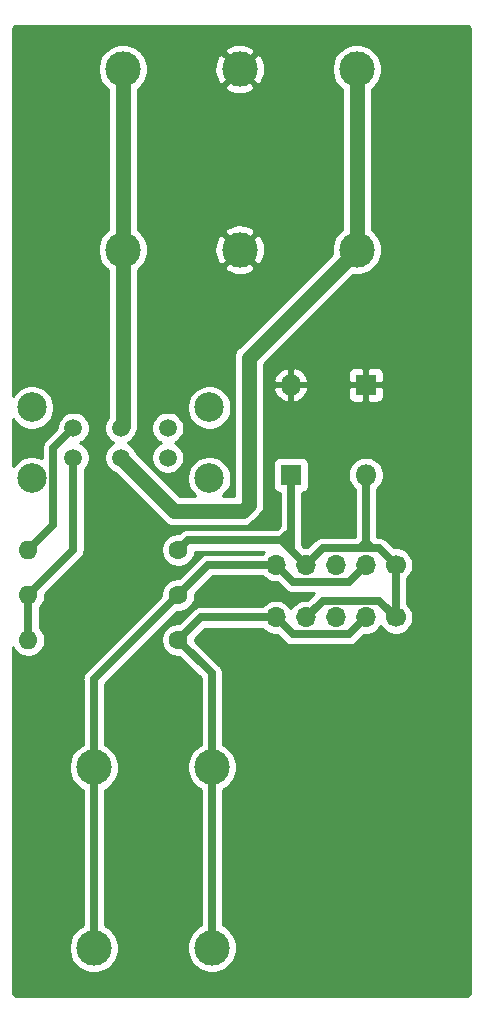
<source format=gtl>
%TF.GenerationSoftware,KiCad,Pcbnew,(5.1.8-0-10_14)*%
%TF.CreationDate,2021-07-14T10:20:26+01:00*%
%TF.ProjectId,transistor-matcher,7472616e-7369-4737-946f-722d6d617463,rev?*%
%TF.SameCoordinates,Original*%
%TF.FileFunction,Copper,L1,Top*%
%TF.FilePolarity,Positive*%
%FSLAX46Y46*%
G04 Gerber Fmt 4.6, Leading zero omitted, Abs format (unit mm)*
G04 Created by KiCad (PCBNEW (5.1.8-0-10_14)) date 2021-07-14 10:20:26*
%MOMM*%
%LPD*%
G01*
G04 APERTURE LIST*
%TA.AperFunction,ComponentPad*%
%ADD10C,3.000000*%
%TD*%
%TA.AperFunction,ComponentPad*%
%ADD11R,1.800000X1.800000*%
%TD*%
%TA.AperFunction,ComponentPad*%
%ADD12O,1.800000X1.800000*%
%TD*%
%TA.AperFunction,ComponentPad*%
%ADD13O,1.700000X1.700000*%
%TD*%
%TA.AperFunction,ComponentPad*%
%ADD14C,1.700000*%
%TD*%
%TA.AperFunction,ComponentPad*%
%ADD15C,1.600000*%
%TD*%
%TA.AperFunction,ComponentPad*%
%ADD16O,1.600000X1.600000*%
%TD*%
%TA.AperFunction,ComponentPad*%
%ADD17C,1.500000*%
%TD*%
%TA.AperFunction,ComponentPad*%
%ADD18C,2.500000*%
%TD*%
%TA.AperFunction,Conductor*%
%ADD19C,0.635000*%
%TD*%
%TA.AperFunction,Conductor*%
%ADD20C,1.270000*%
%TD*%
%TA.AperFunction,Conductor*%
%ADD21C,0.254000*%
%TD*%
%TA.AperFunction,Conductor*%
%ADD22C,0.100000*%
%TD*%
G04 APERTURE END LIST*
D10*
%TO.P,J1,1*%
%TO.N,Net-(J1-Pad1)*%
X92456000Y-57150000D03*
X92456000Y-41850000D03*
%TD*%
%TO.P,J2,1*%
%TO.N,GND*%
X102362000Y-57150000D03*
X102362000Y-41850000D03*
%TD*%
%TO.P,J3,1*%
%TO.N,Net-(J3-Pad1)*%
X112268000Y-57150000D03*
X112268000Y-41850000D03*
%TD*%
%TO.P,J4,1*%
%TO.N,Net-(J4-Pad1)*%
X90000000Y-100965000D03*
X90000000Y-116265000D03*
%TD*%
%TO.P,J7,1*%
%TO.N,Net-(J6-Pad2)*%
X100000000Y-100950000D03*
X100000000Y-116250000D03*
%TD*%
D11*
%TO.P,D1,1*%
%TO.N,GND*%
X113030000Y-68580000D03*
D12*
%TO.P,D1,2*%
%TO.N,Net-(D1-Pad2)*%
X113030000Y-76200000D03*
%TD*%
%TO.P,D2,2*%
%TO.N,GND*%
X106680000Y-68580000D03*
D11*
%TO.P,D2,1*%
%TO.N,Net-(D1-Pad2)*%
X106680000Y-76200000D03*
%TD*%
D13*
%TO.P,J5,5*%
%TO.N,Net-(J4-Pad1)*%
X105410000Y-83820000D03*
%TO.P,J5,4*%
%TO.N,Net-(D1-Pad2)*%
X107950000Y-83820000D03*
%TO.P,J5,3*%
%TO.N,GND*%
X110490000Y-83820000D03*
%TO.P,J5,2*%
%TO.N,Net-(J4-Pad1)*%
X113030000Y-83820000D03*
D14*
%TO.P,J5,1*%
%TO.N,Net-(D1-Pad2)*%
X115570000Y-83820000D03*
%TD*%
%TO.P,J6,1*%
%TO.N,Net-(D1-Pad2)*%
X115570000Y-88265000D03*
D13*
%TO.P,J6,2*%
%TO.N,Net-(J6-Pad2)*%
X113030000Y-88265000D03*
%TO.P,J6,3*%
%TO.N,GND*%
X110490000Y-88265000D03*
%TO.P,J6,4*%
%TO.N,Net-(D1-Pad2)*%
X107950000Y-88265000D03*
%TO.P,J6,5*%
%TO.N,Net-(J6-Pad2)*%
X105410000Y-88265000D03*
%TD*%
D15*
%TO.P,R1,1*%
%TO.N,Net-(D1-Pad2)*%
X97155000Y-82550000D03*
D16*
%TO.P,R1,2*%
%TO.N,Net-(R1-Pad2)*%
X84455000Y-82550000D03*
%TD*%
%TO.P,R2,2*%
%TO.N,Net-(R2-Pad2)*%
X84455000Y-86360000D03*
D15*
%TO.P,R2,1*%
%TO.N,Net-(J4-Pad1)*%
X97155000Y-86360000D03*
%TD*%
%TO.P,R3,1*%
%TO.N,Net-(J6-Pad2)*%
X97155000Y-90170000D03*
D16*
%TO.P,R3,2*%
%TO.N,Net-(R2-Pad2)*%
X84455000Y-90170000D03*
%TD*%
D17*
%TO.P,SW1,1*%
%TO.N,Net-(R1-Pad2)*%
X88265000Y-72235000D03*
%TO.P,SW1,2*%
%TO.N,Net-(J1-Pad1)*%
X92265000Y-72235000D03*
%TO.P,SW1,3*%
%TO.N,Net-(R2-Pad2)*%
X96265000Y-72235000D03*
%TO.P,SW1,4*%
X88265000Y-74735000D03*
%TO.P,SW1,5*%
%TO.N,Net-(J3-Pad1)*%
X92265000Y-74735000D03*
%TO.P,SW1,6*%
%TO.N,Net-(R1-Pad2)*%
X96265000Y-74735000D03*
D18*
%TO.P,SW1,*%
%TO.N,*%
X84765000Y-70485000D03*
X84765000Y-76485000D03*
X99765000Y-70485000D03*
X99765000Y-76485000D03*
%TD*%
D19*
%TO.N,Net-(D1-Pad2)*%
X97954999Y-81750001D02*
X105880001Y-81750001D01*
X97155000Y-82550000D02*
X97954999Y-81750001D01*
X114148499Y-82398499D02*
X115570000Y-83820000D01*
X107950000Y-83820000D02*
X109371501Y-82398499D01*
X115570000Y-83820000D02*
X115570000Y-88265000D01*
X109371501Y-86843499D02*
X107950000Y-88265000D01*
X114148499Y-86843499D02*
X109371501Y-86843499D01*
X115570000Y-88265000D02*
X114148499Y-86843499D01*
X106680000Y-76200000D02*
X106680000Y-82550000D01*
X106680000Y-82550000D02*
X107950000Y-83820000D01*
X105880001Y-81750001D02*
X106680000Y-82550000D01*
X106680000Y-80950002D02*
X105880001Y-81750001D01*
X106680000Y-76200000D02*
X106680000Y-80950002D01*
X113816501Y-82398499D02*
X113513499Y-82398499D01*
X113513499Y-82398499D02*
X113030000Y-81915000D01*
X113030000Y-81915000D02*
X113030000Y-82398499D01*
X113816501Y-82398499D02*
X114148499Y-82398499D01*
X113030000Y-76200000D02*
X113030000Y-81915000D01*
X112546501Y-82398499D02*
X113030000Y-81915000D01*
X109371501Y-82398499D02*
X112546501Y-82398499D01*
X112546501Y-82398499D02*
X113816501Y-82398499D01*
D20*
%TO.N,Net-(J1-Pad1)*%
X92456000Y-72044000D02*
X92265000Y-72235000D01*
X92456000Y-57150000D02*
X92456000Y-72044000D01*
X92456000Y-41850000D02*
X92456000Y-57150000D01*
%TO.N,Net-(J3-Pad1)*%
X112268000Y-41850000D02*
X112268000Y-57150000D01*
X112268000Y-57150000D02*
X103124000Y-66294000D01*
X103124000Y-66294000D02*
X103124000Y-78740000D01*
X103124000Y-78740000D02*
X102616000Y-79248000D01*
X96778000Y-79248000D02*
X92265000Y-74735000D01*
X102616000Y-79248000D02*
X96778000Y-79248000D01*
D19*
%TO.N,Net-(J4-Pad1)*%
X111608499Y-85241501D02*
X113030000Y-83820000D01*
X106831501Y-85241501D02*
X111608499Y-85241501D01*
X105410000Y-83820000D02*
X106831501Y-85241501D01*
X99695000Y-83820000D02*
X97155000Y-86360000D01*
X105410000Y-83820000D02*
X99695000Y-83820000D01*
X90000000Y-116265000D02*
X90000000Y-100965000D01*
X90000000Y-93515000D02*
X97155000Y-86360000D01*
X90000000Y-100965000D02*
X90000000Y-93515000D01*
%TO.N,Net-(J6-Pad2)*%
X111608499Y-89686501D02*
X113030000Y-88265000D01*
X106831501Y-89686501D02*
X111608499Y-89686501D01*
X105410000Y-88265000D02*
X106831501Y-89686501D01*
X100000000Y-116250000D02*
X100000000Y-100950000D01*
X100000000Y-93015000D02*
X97155000Y-90170000D01*
X100000000Y-100950000D02*
X100000000Y-93015000D01*
X99060000Y-88265000D02*
X97155000Y-90170000D01*
X105410000Y-88265000D02*
X99060000Y-88265000D01*
%TO.N,Net-(R1-Pad2)*%
X86586501Y-80418499D02*
X84455000Y-82550000D01*
X86586501Y-73913499D02*
X86586501Y-80418499D01*
X88265000Y-72235000D02*
X86586501Y-73913499D01*
%TO.N,Net-(R2-Pad2)*%
X88265000Y-82550000D02*
X84455000Y-86360000D01*
X88265000Y-74735000D02*
X88265000Y-82550000D01*
X84455000Y-86360000D02*
X84455000Y-90170000D01*
%TD*%
D21*
%TO.N,GND*%
X121565424Y-38169580D02*
X121628356Y-38188580D01*
X121686405Y-38219445D01*
X121737343Y-38260989D01*
X121779248Y-38311644D01*
X121810515Y-38369471D01*
X121829956Y-38432272D01*
X121840001Y-38527845D01*
X121840000Y-119967721D01*
X121830420Y-120065424D01*
X121811420Y-120128357D01*
X121780554Y-120186406D01*
X121739011Y-120237343D01*
X121688356Y-120279248D01*
X121630529Y-120310515D01*
X121567728Y-120329956D01*
X121472165Y-120340000D01*
X83532279Y-120340000D01*
X83434576Y-120330420D01*
X83371643Y-120311420D01*
X83313594Y-120280554D01*
X83262657Y-120239011D01*
X83220752Y-120188356D01*
X83189485Y-120130529D01*
X83170044Y-120067728D01*
X83160000Y-119972165D01*
X83160000Y-100754721D01*
X87865000Y-100754721D01*
X87865000Y-101175279D01*
X87947047Y-101587756D01*
X88107988Y-101976302D01*
X88341637Y-102325983D01*
X88639017Y-102623363D01*
X88988698Y-102857012D01*
X89047501Y-102881369D01*
X89047500Y-114348631D01*
X88988698Y-114372988D01*
X88639017Y-114606637D01*
X88341637Y-114904017D01*
X88107988Y-115253698D01*
X87947047Y-115642244D01*
X87865000Y-116054721D01*
X87865000Y-116475279D01*
X87947047Y-116887756D01*
X88107988Y-117276302D01*
X88341637Y-117625983D01*
X88639017Y-117923363D01*
X88988698Y-118157012D01*
X89377244Y-118317953D01*
X89789721Y-118400000D01*
X90210279Y-118400000D01*
X90622756Y-118317953D01*
X91011302Y-118157012D01*
X91360983Y-117923363D01*
X91658363Y-117625983D01*
X91892012Y-117276302D01*
X92052953Y-116887756D01*
X92135000Y-116475279D01*
X92135000Y-116054721D01*
X92052953Y-115642244D01*
X91892012Y-115253698D01*
X91658363Y-114904017D01*
X91360983Y-114606637D01*
X91011302Y-114372988D01*
X90952500Y-114348631D01*
X90952500Y-102881369D01*
X91011302Y-102857012D01*
X91360983Y-102623363D01*
X91658363Y-102325983D01*
X91892012Y-101976302D01*
X92052953Y-101587756D01*
X92135000Y-101175279D01*
X92135000Y-100754721D01*
X92052953Y-100342244D01*
X91892012Y-99953698D01*
X91658363Y-99604017D01*
X91360983Y-99306637D01*
X91011302Y-99072988D01*
X90952500Y-99048631D01*
X90952500Y-93909538D01*
X97067039Y-87795000D01*
X97296335Y-87795000D01*
X97573574Y-87739853D01*
X97834727Y-87631680D01*
X98069759Y-87474637D01*
X98269637Y-87274759D01*
X98426680Y-87039727D01*
X98534853Y-86778574D01*
X98590000Y-86501335D01*
X98590000Y-86272038D01*
X100089538Y-84772500D01*
X104262393Y-84772500D01*
X104463368Y-84973475D01*
X104706589Y-85135990D01*
X104976842Y-85247932D01*
X105263740Y-85305000D01*
X105547961Y-85305000D01*
X106124898Y-85881937D01*
X106154723Y-85918279D01*
X106299760Y-86037307D01*
X106465232Y-86125753D01*
X106600285Y-86166721D01*
X106644778Y-86180218D01*
X106831501Y-86198609D01*
X106878286Y-86194001D01*
X108672335Y-86194001D01*
X108664898Y-86203063D01*
X108087961Y-86780000D01*
X107803740Y-86780000D01*
X107516842Y-86837068D01*
X107246589Y-86949010D01*
X107003368Y-87111525D01*
X106796525Y-87318368D01*
X106680000Y-87492760D01*
X106563475Y-87318368D01*
X106356632Y-87111525D01*
X106113411Y-86949010D01*
X105843158Y-86837068D01*
X105556260Y-86780000D01*
X105263740Y-86780000D01*
X104976842Y-86837068D01*
X104706589Y-86949010D01*
X104463368Y-87111525D01*
X104262393Y-87312500D01*
X99106785Y-87312500D01*
X99060000Y-87307892D01*
X99013215Y-87312500D01*
X98873277Y-87326283D01*
X98693731Y-87380748D01*
X98528259Y-87469194D01*
X98383222Y-87588222D01*
X98353399Y-87624562D01*
X97242962Y-88735000D01*
X97013665Y-88735000D01*
X96736426Y-88790147D01*
X96475273Y-88898320D01*
X96240241Y-89055363D01*
X96040363Y-89255241D01*
X95883320Y-89490273D01*
X95775147Y-89751426D01*
X95720000Y-90028665D01*
X95720000Y-90311335D01*
X95775147Y-90588574D01*
X95883320Y-90849727D01*
X96040363Y-91084759D01*
X96240241Y-91284637D01*
X96475273Y-91441680D01*
X96736426Y-91549853D01*
X97013665Y-91605000D01*
X97242962Y-91605000D01*
X99047501Y-93409539D01*
X99047500Y-99033631D01*
X98988698Y-99057988D01*
X98639017Y-99291637D01*
X98341637Y-99589017D01*
X98107988Y-99938698D01*
X97947047Y-100327244D01*
X97865000Y-100739721D01*
X97865000Y-101160279D01*
X97947047Y-101572756D01*
X98107988Y-101961302D01*
X98341637Y-102310983D01*
X98639017Y-102608363D01*
X98988698Y-102842012D01*
X99047501Y-102866369D01*
X99047500Y-114333631D01*
X98988698Y-114357988D01*
X98639017Y-114591637D01*
X98341637Y-114889017D01*
X98107988Y-115238698D01*
X97947047Y-115627244D01*
X97865000Y-116039721D01*
X97865000Y-116460279D01*
X97947047Y-116872756D01*
X98107988Y-117261302D01*
X98341637Y-117610983D01*
X98639017Y-117908363D01*
X98988698Y-118142012D01*
X99377244Y-118302953D01*
X99789721Y-118385000D01*
X100210279Y-118385000D01*
X100622756Y-118302953D01*
X101011302Y-118142012D01*
X101360983Y-117908363D01*
X101658363Y-117610983D01*
X101892012Y-117261302D01*
X102052953Y-116872756D01*
X102135000Y-116460279D01*
X102135000Y-116039721D01*
X102052953Y-115627244D01*
X101892012Y-115238698D01*
X101658363Y-114889017D01*
X101360983Y-114591637D01*
X101011302Y-114357988D01*
X100952500Y-114333631D01*
X100952500Y-102866369D01*
X101011302Y-102842012D01*
X101360983Y-102608363D01*
X101658363Y-102310983D01*
X101892012Y-101961302D01*
X102052953Y-101572756D01*
X102135000Y-101160279D01*
X102135000Y-100739721D01*
X102052953Y-100327244D01*
X101892012Y-99938698D01*
X101658363Y-99589017D01*
X101360983Y-99291637D01*
X101011302Y-99057988D01*
X100952500Y-99033631D01*
X100952500Y-93061785D01*
X100957108Y-93015000D01*
X100943276Y-92874563D01*
X100938717Y-92828277D01*
X100884252Y-92648731D01*
X100795806Y-92483259D01*
X100676778Y-92338222D01*
X100640431Y-92308393D01*
X98590000Y-90257962D01*
X98590000Y-90082038D01*
X99454539Y-89217500D01*
X104262393Y-89217500D01*
X104463368Y-89418475D01*
X104706589Y-89580990D01*
X104976842Y-89692932D01*
X105263740Y-89750000D01*
X105547961Y-89750000D01*
X106124898Y-90326937D01*
X106154723Y-90363279D01*
X106299760Y-90482307D01*
X106465232Y-90570753D01*
X106644778Y-90625218D01*
X106831501Y-90643609D01*
X106878286Y-90639001D01*
X111561714Y-90639001D01*
X111608499Y-90643609D01*
X111655284Y-90639001D01*
X111795222Y-90625218D01*
X111974768Y-90570753D01*
X112140240Y-90482307D01*
X112285277Y-90363279D01*
X112315106Y-90326932D01*
X112892038Y-89750000D01*
X113176260Y-89750000D01*
X113463158Y-89692932D01*
X113733411Y-89580990D01*
X113976632Y-89418475D01*
X114183475Y-89211632D01*
X114300000Y-89037240D01*
X114416525Y-89211632D01*
X114623368Y-89418475D01*
X114866589Y-89580990D01*
X115136842Y-89692932D01*
X115423740Y-89750000D01*
X115716260Y-89750000D01*
X116003158Y-89692932D01*
X116273411Y-89580990D01*
X116516632Y-89418475D01*
X116723475Y-89211632D01*
X116885990Y-88968411D01*
X116997932Y-88698158D01*
X117055000Y-88411260D01*
X117055000Y-88118740D01*
X116997932Y-87831842D01*
X116885990Y-87561589D01*
X116723475Y-87318368D01*
X116522500Y-87117393D01*
X116522500Y-84967607D01*
X116723475Y-84766632D01*
X116885990Y-84523411D01*
X116997932Y-84253158D01*
X117055000Y-83966260D01*
X117055000Y-83673740D01*
X116997932Y-83386842D01*
X116885990Y-83116589D01*
X116723475Y-82873368D01*
X116516632Y-82666525D01*
X116273411Y-82504010D01*
X116003158Y-82392068D01*
X115716260Y-82335000D01*
X115432038Y-82335000D01*
X114855106Y-81758068D01*
X114825277Y-81721721D01*
X114680240Y-81602693D01*
X114514768Y-81514247D01*
X114335222Y-81459782D01*
X114195284Y-81445999D01*
X114148499Y-81441391D01*
X114101714Y-81445999D01*
X113982500Y-81445999D01*
X113982500Y-77409688D01*
X114008505Y-77392312D01*
X114222312Y-77178505D01*
X114390299Y-76927095D01*
X114506011Y-76647743D01*
X114565000Y-76351184D01*
X114565000Y-76048816D01*
X114506011Y-75752257D01*
X114390299Y-75472905D01*
X114222312Y-75221495D01*
X114008505Y-75007688D01*
X113757095Y-74839701D01*
X113477743Y-74723989D01*
X113181184Y-74665000D01*
X112878816Y-74665000D01*
X112582257Y-74723989D01*
X112302905Y-74839701D01*
X112051495Y-75007688D01*
X111837688Y-75221495D01*
X111669701Y-75472905D01*
X111553989Y-75752257D01*
X111495000Y-76048816D01*
X111495000Y-76351184D01*
X111553989Y-76647743D01*
X111669701Y-76927095D01*
X111837688Y-77178505D01*
X112051495Y-77392312D01*
X112077500Y-77409688D01*
X112077501Y-81445999D01*
X109418286Y-81445999D01*
X109371501Y-81441391D01*
X109324716Y-81445999D01*
X109184778Y-81459782D01*
X109005232Y-81514247D01*
X108839760Y-81602693D01*
X108694723Y-81721721D01*
X108664899Y-81758062D01*
X108087961Y-82335000D01*
X107812038Y-82335000D01*
X107632500Y-82155462D01*
X107632500Y-80996787D01*
X107637108Y-80950003D01*
X107632500Y-80903218D01*
X107632500Y-77732901D01*
X107704482Y-77725812D01*
X107824180Y-77689502D01*
X107934494Y-77630537D01*
X108031185Y-77551185D01*
X108110537Y-77454494D01*
X108169502Y-77344180D01*
X108205812Y-77224482D01*
X108218072Y-77100000D01*
X108218072Y-75300000D01*
X108205812Y-75175518D01*
X108169502Y-75055820D01*
X108110537Y-74945506D01*
X108031185Y-74848815D01*
X107934494Y-74769463D01*
X107824180Y-74710498D01*
X107704482Y-74674188D01*
X107580000Y-74661928D01*
X105780000Y-74661928D01*
X105655518Y-74674188D01*
X105535820Y-74710498D01*
X105425506Y-74769463D01*
X105328815Y-74848815D01*
X105249463Y-74945506D01*
X105190498Y-75055820D01*
X105154188Y-75175518D01*
X105141928Y-75300000D01*
X105141928Y-77100000D01*
X105154188Y-77224482D01*
X105190498Y-77344180D01*
X105249463Y-77454494D01*
X105328815Y-77551185D01*
X105425506Y-77630537D01*
X105535820Y-77689502D01*
X105655518Y-77725812D01*
X105727500Y-77732901D01*
X105727501Y-80555463D01*
X105485463Y-80797501D01*
X98001783Y-80797501D01*
X97954998Y-80792893D01*
X97768276Y-80811284D01*
X97588730Y-80865749D01*
X97423258Y-80954195D01*
X97278221Y-81073223D01*
X97248392Y-81109570D01*
X97242962Y-81115000D01*
X97013665Y-81115000D01*
X96736426Y-81170147D01*
X96475273Y-81278320D01*
X96240241Y-81435363D01*
X96040363Y-81635241D01*
X95883320Y-81870273D01*
X95775147Y-82131426D01*
X95720000Y-82408665D01*
X95720000Y-82691335D01*
X95775147Y-82968574D01*
X95883320Y-83229727D01*
X96040363Y-83464759D01*
X96240241Y-83664637D01*
X96475273Y-83821680D01*
X96736426Y-83929853D01*
X97013665Y-83985000D01*
X97296335Y-83985000D01*
X97573574Y-83929853D01*
X97834727Y-83821680D01*
X98069759Y-83664637D01*
X98269637Y-83464759D01*
X98426680Y-83229727D01*
X98534853Y-82968574D01*
X98587779Y-82702501D01*
X104427392Y-82702501D01*
X104262393Y-82867500D01*
X99741784Y-82867500D01*
X99694999Y-82862892D01*
X99508277Y-82881283D01*
X99328731Y-82935748D01*
X99163259Y-83024194D01*
X99018222Y-83143222D01*
X98988393Y-83179569D01*
X97242962Y-84925000D01*
X97013665Y-84925000D01*
X96736426Y-84980147D01*
X96475273Y-85088320D01*
X96240241Y-85245363D01*
X96040363Y-85445241D01*
X95883320Y-85680273D01*
X95775147Y-85941426D01*
X95720000Y-86218665D01*
X95720000Y-86447961D01*
X89359564Y-92808398D01*
X89323223Y-92838222D01*
X89293399Y-92874563D01*
X89204194Y-92983260D01*
X89115749Y-93148731D01*
X89061283Y-93328278D01*
X89042892Y-93515000D01*
X89047501Y-93561795D01*
X89047500Y-99048631D01*
X88988698Y-99072988D01*
X88639017Y-99306637D01*
X88341637Y-99604017D01*
X88107988Y-99953698D01*
X87947047Y-100342244D01*
X87865000Y-100754721D01*
X83160000Y-100754721D01*
X83160000Y-90793427D01*
X83183320Y-90849727D01*
X83340363Y-91084759D01*
X83540241Y-91284637D01*
X83775273Y-91441680D01*
X84036426Y-91549853D01*
X84313665Y-91605000D01*
X84596335Y-91605000D01*
X84873574Y-91549853D01*
X85134727Y-91441680D01*
X85369759Y-91284637D01*
X85569637Y-91084759D01*
X85726680Y-90849727D01*
X85834853Y-90588574D01*
X85890000Y-90311335D01*
X85890000Y-90028665D01*
X85834853Y-89751426D01*
X85726680Y-89490273D01*
X85569637Y-89255241D01*
X85407500Y-89093104D01*
X85407500Y-87436896D01*
X85569637Y-87274759D01*
X85726680Y-87039727D01*
X85834853Y-86778574D01*
X85890000Y-86501335D01*
X85890000Y-86272038D01*
X88905431Y-83256607D01*
X88941778Y-83226778D01*
X89060806Y-83081741D01*
X89138840Y-82935749D01*
X89149252Y-82916270D01*
X89195209Y-82764769D01*
X89203717Y-82736723D01*
X89217500Y-82596785D01*
X89222108Y-82550000D01*
X89217500Y-82503215D01*
X89217500Y-75741185D01*
X89340799Y-75617886D01*
X89492371Y-75391043D01*
X89596775Y-75138989D01*
X89650000Y-74871411D01*
X89650000Y-74598589D01*
X89596775Y-74331011D01*
X89492371Y-74078957D01*
X89340799Y-73852114D01*
X89147886Y-73659201D01*
X88921043Y-73507629D01*
X88866412Y-73485000D01*
X88921043Y-73462371D01*
X89147886Y-73310799D01*
X89340799Y-73117886D01*
X89492371Y-72891043D01*
X89596775Y-72638989D01*
X89650000Y-72371411D01*
X89650000Y-72098589D01*
X89596775Y-71831011D01*
X89492371Y-71578957D01*
X89340799Y-71352114D01*
X89147886Y-71159201D01*
X88921043Y-71007629D01*
X88668989Y-70903225D01*
X88401411Y-70850000D01*
X88128589Y-70850000D01*
X87861011Y-70903225D01*
X87608957Y-71007629D01*
X87382114Y-71159201D01*
X87189201Y-71352114D01*
X87037629Y-71578957D01*
X86933225Y-71831011D01*
X86880000Y-72098589D01*
X86880000Y-72272961D01*
X85946070Y-73206892D01*
X85909723Y-73236721D01*
X85790695Y-73381758D01*
X85702249Y-73547231D01*
X85680175Y-73620000D01*
X85647784Y-73726777D01*
X85629393Y-73913499D01*
X85634001Y-73960284D01*
X85634001Y-74804642D01*
X85314834Y-74672439D01*
X84950656Y-74600000D01*
X84579344Y-74600000D01*
X84215166Y-74672439D01*
X83872118Y-74814534D01*
X83563382Y-75020825D01*
X83300825Y-75283382D01*
X83160000Y-75494141D01*
X83160000Y-71475859D01*
X83300825Y-71686618D01*
X83563382Y-71949175D01*
X83872118Y-72155466D01*
X84215166Y-72297561D01*
X84579344Y-72370000D01*
X84950656Y-72370000D01*
X85314834Y-72297561D01*
X85657882Y-72155466D01*
X85966618Y-71949175D01*
X86229175Y-71686618D01*
X86435466Y-71377882D01*
X86577561Y-71034834D01*
X86650000Y-70670656D01*
X86650000Y-70299344D01*
X86577561Y-69935166D01*
X86435466Y-69592118D01*
X86229175Y-69283382D01*
X85966618Y-69020825D01*
X85657882Y-68814534D01*
X85314834Y-68672439D01*
X84950656Y-68600000D01*
X84579344Y-68600000D01*
X84215166Y-68672439D01*
X83872118Y-68814534D01*
X83563382Y-69020825D01*
X83300825Y-69283382D01*
X83160000Y-69494141D01*
X83160000Y-41639721D01*
X90321000Y-41639721D01*
X90321000Y-42060279D01*
X90403047Y-42472756D01*
X90563988Y-42861302D01*
X90797637Y-43210983D01*
X91095017Y-43508363D01*
X91186000Y-43569156D01*
X91186001Y-55430844D01*
X91095017Y-55491637D01*
X90797637Y-55789017D01*
X90563988Y-56138698D01*
X90403047Y-56527244D01*
X90321000Y-56939721D01*
X90321000Y-57360279D01*
X90403047Y-57772756D01*
X90563988Y-58161302D01*
X90797637Y-58510983D01*
X91095017Y-58808363D01*
X91186000Y-58869156D01*
X91186001Y-71356903D01*
X91037629Y-71578957D01*
X90933225Y-71831011D01*
X90880000Y-72098589D01*
X90880000Y-72371411D01*
X90933225Y-72638989D01*
X91037629Y-72891043D01*
X91189201Y-73117886D01*
X91382114Y-73310799D01*
X91608957Y-73462371D01*
X91663588Y-73485000D01*
X91608957Y-73507629D01*
X91382114Y-73659201D01*
X91189201Y-73852114D01*
X91037629Y-74078957D01*
X90933225Y-74331011D01*
X90880000Y-74598589D01*
X90880000Y-74871411D01*
X90933225Y-75138989D01*
X91037629Y-75391043D01*
X91189201Y-75617886D01*
X91382114Y-75810799D01*
X91608957Y-75962371D01*
X91758096Y-76024146D01*
X95835868Y-80101920D01*
X95875630Y-80150370D01*
X95924080Y-80190132D01*
X95924083Y-80190135D01*
X95974086Y-80231171D01*
X96069012Y-80309075D01*
X96273290Y-80418263D01*
X96289641Y-80427003D01*
X96529037Y-80499623D01*
X96778000Y-80524144D01*
X96840380Y-80518000D01*
X102553627Y-80518000D01*
X102616000Y-80524143D01*
X102678373Y-80518000D01*
X102678380Y-80518000D01*
X102864963Y-80499623D01*
X103104359Y-80427003D01*
X103324988Y-80309075D01*
X103518370Y-80150370D01*
X103558141Y-80101909D01*
X103977909Y-79682141D01*
X104026370Y-79642370D01*
X104185075Y-79448988D01*
X104303003Y-79228359D01*
X104375623Y-78988963D01*
X104394000Y-78802380D01*
X104394000Y-78802374D01*
X104400143Y-78740001D01*
X104394000Y-78677628D01*
X104394000Y-68944741D01*
X105188959Y-68944741D01*
X105288766Y-69228620D01*
X105442038Y-69487573D01*
X105642884Y-69711649D01*
X105883586Y-69892236D01*
X106154893Y-70022394D01*
X106315260Y-70071036D01*
X106553000Y-69950378D01*
X106553000Y-68707000D01*
X106807000Y-68707000D01*
X106807000Y-69950378D01*
X107044740Y-70071036D01*
X107205107Y-70022394D01*
X107476414Y-69892236D01*
X107717116Y-69711649D01*
X107917962Y-69487573D01*
X107922444Y-69480000D01*
X111491928Y-69480000D01*
X111504188Y-69604482D01*
X111540498Y-69724180D01*
X111599463Y-69834494D01*
X111678815Y-69931185D01*
X111775506Y-70010537D01*
X111885820Y-70069502D01*
X112005518Y-70105812D01*
X112130000Y-70118072D01*
X112744250Y-70115000D01*
X112903000Y-69956250D01*
X112903000Y-68707000D01*
X113157000Y-68707000D01*
X113157000Y-69956250D01*
X113315750Y-70115000D01*
X113930000Y-70118072D01*
X114054482Y-70105812D01*
X114174180Y-70069502D01*
X114284494Y-70010537D01*
X114381185Y-69931185D01*
X114460537Y-69834494D01*
X114519502Y-69724180D01*
X114555812Y-69604482D01*
X114568072Y-69480000D01*
X114565000Y-68865750D01*
X114406250Y-68707000D01*
X113157000Y-68707000D01*
X112903000Y-68707000D01*
X111653750Y-68707000D01*
X111495000Y-68865750D01*
X111491928Y-69480000D01*
X107922444Y-69480000D01*
X108071234Y-69228620D01*
X108171041Y-68944741D01*
X108050992Y-68707000D01*
X106807000Y-68707000D01*
X106553000Y-68707000D01*
X105309008Y-68707000D01*
X105188959Y-68944741D01*
X104394000Y-68944741D01*
X104394000Y-68215259D01*
X105188959Y-68215259D01*
X105309008Y-68453000D01*
X106553000Y-68453000D01*
X106553000Y-67209622D01*
X106807000Y-67209622D01*
X106807000Y-68453000D01*
X108050992Y-68453000D01*
X108171041Y-68215259D01*
X108071234Y-67931380D01*
X107922445Y-67680000D01*
X111491928Y-67680000D01*
X111495000Y-68294250D01*
X111653750Y-68453000D01*
X112903000Y-68453000D01*
X112903000Y-67203750D01*
X113157000Y-67203750D01*
X113157000Y-68453000D01*
X114406250Y-68453000D01*
X114565000Y-68294250D01*
X114568072Y-67680000D01*
X114555812Y-67555518D01*
X114519502Y-67435820D01*
X114460537Y-67325506D01*
X114381185Y-67228815D01*
X114284494Y-67149463D01*
X114174180Y-67090498D01*
X114054482Y-67054188D01*
X113930000Y-67041928D01*
X113315750Y-67045000D01*
X113157000Y-67203750D01*
X112903000Y-67203750D01*
X112744250Y-67045000D01*
X112130000Y-67041928D01*
X112005518Y-67054188D01*
X111885820Y-67090498D01*
X111775506Y-67149463D01*
X111678815Y-67228815D01*
X111599463Y-67325506D01*
X111540498Y-67435820D01*
X111504188Y-67555518D01*
X111491928Y-67680000D01*
X107922445Y-67680000D01*
X107917962Y-67672427D01*
X107717116Y-67448351D01*
X107476414Y-67267764D01*
X107205107Y-67137606D01*
X107044740Y-67088964D01*
X106807000Y-67209622D01*
X106553000Y-67209622D01*
X106315260Y-67088964D01*
X106154893Y-67137606D01*
X105883586Y-67267764D01*
X105642884Y-67448351D01*
X105442038Y-67672427D01*
X105288766Y-67931380D01*
X105188959Y-68215259D01*
X104394000Y-68215259D01*
X104394000Y-66820050D01*
X111950399Y-59263652D01*
X112057721Y-59285000D01*
X112478279Y-59285000D01*
X112890756Y-59202953D01*
X113279302Y-59042012D01*
X113628983Y-58808363D01*
X113926363Y-58510983D01*
X114160012Y-58161302D01*
X114320953Y-57772756D01*
X114403000Y-57360279D01*
X114403000Y-56939721D01*
X114320953Y-56527244D01*
X114160012Y-56138698D01*
X113926363Y-55789017D01*
X113628983Y-55491637D01*
X113538000Y-55430844D01*
X113538000Y-43569156D01*
X113628983Y-43508363D01*
X113926363Y-43210983D01*
X114160012Y-42861302D01*
X114320953Y-42472756D01*
X114403000Y-42060279D01*
X114403000Y-41639721D01*
X114320953Y-41227244D01*
X114160012Y-40838698D01*
X113926363Y-40489017D01*
X113628983Y-40191637D01*
X113279302Y-39957988D01*
X112890756Y-39797047D01*
X112478279Y-39715000D01*
X112057721Y-39715000D01*
X111645244Y-39797047D01*
X111256698Y-39957988D01*
X110907017Y-40191637D01*
X110609637Y-40489017D01*
X110375988Y-40838698D01*
X110215047Y-41227244D01*
X110133000Y-41639721D01*
X110133000Y-42060279D01*
X110215047Y-42472756D01*
X110375988Y-42861302D01*
X110609637Y-43210983D01*
X110907017Y-43508363D01*
X110998000Y-43569156D01*
X110998001Y-55430844D01*
X110907017Y-55491637D01*
X110609637Y-55789017D01*
X110375988Y-56138698D01*
X110215047Y-56527244D01*
X110133000Y-56939721D01*
X110133000Y-57360279D01*
X110154348Y-57467601D01*
X102270091Y-65351859D01*
X102221630Y-65391630D01*
X102062925Y-65585013D01*
X101944997Y-65805642D01*
X101872377Y-66045038D01*
X101854000Y-66231621D01*
X101854000Y-66231627D01*
X101847857Y-66294000D01*
X101854000Y-66356373D01*
X101854001Y-77978000D01*
X100923478Y-77978000D01*
X100966618Y-77949175D01*
X101229175Y-77686618D01*
X101435466Y-77377882D01*
X101577561Y-77034834D01*
X101650000Y-76670656D01*
X101650000Y-76299344D01*
X101577561Y-75935166D01*
X101435466Y-75592118D01*
X101229175Y-75283382D01*
X100966618Y-75020825D01*
X100657882Y-74814534D01*
X100314834Y-74672439D01*
X99950656Y-74600000D01*
X99579344Y-74600000D01*
X99215166Y-74672439D01*
X98872118Y-74814534D01*
X98563382Y-75020825D01*
X98300825Y-75283382D01*
X98094534Y-75592118D01*
X97952439Y-75935166D01*
X97880000Y-76299344D01*
X97880000Y-76670656D01*
X97952439Y-77034834D01*
X98094534Y-77377882D01*
X98300825Y-77686618D01*
X98563382Y-77949175D01*
X98606522Y-77978000D01*
X97304052Y-77978000D01*
X93554146Y-74228096D01*
X93492371Y-74078957D01*
X93340799Y-73852114D01*
X93147886Y-73659201D01*
X92921043Y-73507629D01*
X92866412Y-73485000D01*
X92921043Y-73462371D01*
X93147886Y-73310799D01*
X93340799Y-73117886D01*
X93492371Y-72891043D01*
X93596775Y-72638989D01*
X93607898Y-72583068D01*
X93635003Y-72532359D01*
X93707623Y-72292963D01*
X93726000Y-72106380D01*
X93726767Y-72098589D01*
X94880000Y-72098589D01*
X94880000Y-72371411D01*
X94933225Y-72638989D01*
X95037629Y-72891043D01*
X95189201Y-73117886D01*
X95382114Y-73310799D01*
X95608957Y-73462371D01*
X95663588Y-73485000D01*
X95608957Y-73507629D01*
X95382114Y-73659201D01*
X95189201Y-73852114D01*
X95037629Y-74078957D01*
X94933225Y-74331011D01*
X94880000Y-74598589D01*
X94880000Y-74871411D01*
X94933225Y-75138989D01*
X95037629Y-75391043D01*
X95189201Y-75617886D01*
X95382114Y-75810799D01*
X95608957Y-75962371D01*
X95861011Y-76066775D01*
X96128589Y-76120000D01*
X96401411Y-76120000D01*
X96668989Y-76066775D01*
X96921043Y-75962371D01*
X97147886Y-75810799D01*
X97340799Y-75617886D01*
X97492371Y-75391043D01*
X97596775Y-75138989D01*
X97650000Y-74871411D01*
X97650000Y-74598589D01*
X97596775Y-74331011D01*
X97492371Y-74078957D01*
X97340799Y-73852114D01*
X97147886Y-73659201D01*
X96921043Y-73507629D01*
X96866412Y-73485000D01*
X96921043Y-73462371D01*
X97147886Y-73310799D01*
X97340799Y-73117886D01*
X97492371Y-72891043D01*
X97596775Y-72638989D01*
X97650000Y-72371411D01*
X97650000Y-72098589D01*
X97596775Y-71831011D01*
X97492371Y-71578957D01*
X97340799Y-71352114D01*
X97147886Y-71159201D01*
X96921043Y-71007629D01*
X96668989Y-70903225D01*
X96401411Y-70850000D01*
X96128589Y-70850000D01*
X95861011Y-70903225D01*
X95608957Y-71007629D01*
X95382114Y-71159201D01*
X95189201Y-71352114D01*
X95037629Y-71578957D01*
X94933225Y-71831011D01*
X94880000Y-72098589D01*
X93726767Y-72098589D01*
X93732144Y-72044000D01*
X93726000Y-71981620D01*
X93726000Y-70299344D01*
X97880000Y-70299344D01*
X97880000Y-70670656D01*
X97952439Y-71034834D01*
X98094534Y-71377882D01*
X98300825Y-71686618D01*
X98563382Y-71949175D01*
X98872118Y-72155466D01*
X99215166Y-72297561D01*
X99579344Y-72370000D01*
X99950656Y-72370000D01*
X100314834Y-72297561D01*
X100657882Y-72155466D01*
X100966618Y-71949175D01*
X101229175Y-71686618D01*
X101435466Y-71377882D01*
X101577561Y-71034834D01*
X101650000Y-70670656D01*
X101650000Y-70299344D01*
X101577561Y-69935166D01*
X101435466Y-69592118D01*
X101229175Y-69283382D01*
X100966618Y-69020825D01*
X100657882Y-68814534D01*
X100314834Y-68672439D01*
X99950656Y-68600000D01*
X99579344Y-68600000D01*
X99215166Y-68672439D01*
X98872118Y-68814534D01*
X98563382Y-69020825D01*
X98300825Y-69283382D01*
X98094534Y-69592118D01*
X97952439Y-69935166D01*
X97880000Y-70299344D01*
X93726000Y-70299344D01*
X93726000Y-58869156D01*
X93816983Y-58808363D01*
X93983693Y-58641653D01*
X101049952Y-58641653D01*
X101205962Y-58957214D01*
X101580745Y-59148020D01*
X101985551Y-59262044D01*
X102404824Y-59294902D01*
X102822451Y-59245334D01*
X103222383Y-59115243D01*
X103518038Y-58957214D01*
X103674048Y-58641653D01*
X102362000Y-57329605D01*
X101049952Y-58641653D01*
X93983693Y-58641653D01*
X94114363Y-58510983D01*
X94348012Y-58161302D01*
X94508953Y-57772756D01*
X94591000Y-57360279D01*
X94591000Y-57192824D01*
X100217098Y-57192824D01*
X100266666Y-57610451D01*
X100396757Y-58010383D01*
X100554786Y-58306038D01*
X100870347Y-58462048D01*
X102182395Y-57150000D01*
X102541605Y-57150000D01*
X103853653Y-58462048D01*
X104169214Y-58306038D01*
X104360020Y-57931255D01*
X104474044Y-57526449D01*
X104506902Y-57107176D01*
X104457334Y-56689549D01*
X104327243Y-56289617D01*
X104169214Y-55993962D01*
X103853653Y-55837952D01*
X102541605Y-57150000D01*
X102182395Y-57150000D01*
X100870347Y-55837952D01*
X100554786Y-55993962D01*
X100363980Y-56368745D01*
X100249956Y-56773551D01*
X100217098Y-57192824D01*
X94591000Y-57192824D01*
X94591000Y-56939721D01*
X94508953Y-56527244D01*
X94348012Y-56138698D01*
X94114363Y-55789017D01*
X93983693Y-55658347D01*
X101049952Y-55658347D01*
X102362000Y-56970395D01*
X103674048Y-55658347D01*
X103518038Y-55342786D01*
X103143255Y-55151980D01*
X102738449Y-55037956D01*
X102319176Y-55005098D01*
X101901549Y-55054666D01*
X101501617Y-55184757D01*
X101205962Y-55342786D01*
X101049952Y-55658347D01*
X93983693Y-55658347D01*
X93816983Y-55491637D01*
X93726000Y-55430844D01*
X93726000Y-43569156D01*
X93816983Y-43508363D01*
X93983693Y-43341653D01*
X101049952Y-43341653D01*
X101205962Y-43657214D01*
X101580745Y-43848020D01*
X101985551Y-43962044D01*
X102404824Y-43994902D01*
X102822451Y-43945334D01*
X103222383Y-43815243D01*
X103518038Y-43657214D01*
X103674048Y-43341653D01*
X102362000Y-42029605D01*
X101049952Y-43341653D01*
X93983693Y-43341653D01*
X94114363Y-43210983D01*
X94348012Y-42861302D01*
X94508953Y-42472756D01*
X94591000Y-42060279D01*
X94591000Y-41892824D01*
X100217098Y-41892824D01*
X100266666Y-42310451D01*
X100396757Y-42710383D01*
X100554786Y-43006038D01*
X100870347Y-43162048D01*
X102182395Y-41850000D01*
X102541605Y-41850000D01*
X103853653Y-43162048D01*
X104169214Y-43006038D01*
X104360020Y-42631255D01*
X104474044Y-42226449D01*
X104506902Y-41807176D01*
X104457334Y-41389549D01*
X104327243Y-40989617D01*
X104169214Y-40693962D01*
X103853653Y-40537952D01*
X102541605Y-41850000D01*
X102182395Y-41850000D01*
X100870347Y-40537952D01*
X100554786Y-40693962D01*
X100363980Y-41068745D01*
X100249956Y-41473551D01*
X100217098Y-41892824D01*
X94591000Y-41892824D01*
X94591000Y-41639721D01*
X94508953Y-41227244D01*
X94348012Y-40838698D01*
X94114363Y-40489017D01*
X93983693Y-40358347D01*
X101049952Y-40358347D01*
X102362000Y-41670395D01*
X103674048Y-40358347D01*
X103518038Y-40042786D01*
X103143255Y-39851980D01*
X102738449Y-39737956D01*
X102319176Y-39705098D01*
X101901549Y-39754666D01*
X101501617Y-39884757D01*
X101205962Y-40042786D01*
X101049952Y-40358347D01*
X93983693Y-40358347D01*
X93816983Y-40191637D01*
X93467302Y-39957988D01*
X93078756Y-39797047D01*
X92666279Y-39715000D01*
X92245721Y-39715000D01*
X91833244Y-39797047D01*
X91444698Y-39957988D01*
X91095017Y-40191637D01*
X90797637Y-40489017D01*
X90563988Y-40838698D01*
X90403047Y-41227244D01*
X90321000Y-41639721D01*
X83160000Y-41639721D01*
X83160000Y-38532279D01*
X83169580Y-38434576D01*
X83188580Y-38371644D01*
X83219445Y-38313595D01*
X83260989Y-38262657D01*
X83311644Y-38220752D01*
X83369471Y-38189485D01*
X83432272Y-38170044D01*
X83527835Y-38160000D01*
X121467721Y-38160000D01*
X121565424Y-38169580D01*
%TA.AperFunction,Conductor*%
D22*
G36*
X121565424Y-38169580D02*
G01*
X121628356Y-38188580D01*
X121686405Y-38219445D01*
X121737343Y-38260989D01*
X121779248Y-38311644D01*
X121810515Y-38369471D01*
X121829956Y-38432272D01*
X121840001Y-38527845D01*
X121840000Y-119967721D01*
X121830420Y-120065424D01*
X121811420Y-120128357D01*
X121780554Y-120186406D01*
X121739011Y-120237343D01*
X121688356Y-120279248D01*
X121630529Y-120310515D01*
X121567728Y-120329956D01*
X121472165Y-120340000D01*
X83532279Y-120340000D01*
X83434576Y-120330420D01*
X83371643Y-120311420D01*
X83313594Y-120280554D01*
X83262657Y-120239011D01*
X83220752Y-120188356D01*
X83189485Y-120130529D01*
X83170044Y-120067728D01*
X83160000Y-119972165D01*
X83160000Y-100754721D01*
X87865000Y-100754721D01*
X87865000Y-101175279D01*
X87947047Y-101587756D01*
X88107988Y-101976302D01*
X88341637Y-102325983D01*
X88639017Y-102623363D01*
X88988698Y-102857012D01*
X89047501Y-102881369D01*
X89047500Y-114348631D01*
X88988698Y-114372988D01*
X88639017Y-114606637D01*
X88341637Y-114904017D01*
X88107988Y-115253698D01*
X87947047Y-115642244D01*
X87865000Y-116054721D01*
X87865000Y-116475279D01*
X87947047Y-116887756D01*
X88107988Y-117276302D01*
X88341637Y-117625983D01*
X88639017Y-117923363D01*
X88988698Y-118157012D01*
X89377244Y-118317953D01*
X89789721Y-118400000D01*
X90210279Y-118400000D01*
X90622756Y-118317953D01*
X91011302Y-118157012D01*
X91360983Y-117923363D01*
X91658363Y-117625983D01*
X91892012Y-117276302D01*
X92052953Y-116887756D01*
X92135000Y-116475279D01*
X92135000Y-116054721D01*
X92052953Y-115642244D01*
X91892012Y-115253698D01*
X91658363Y-114904017D01*
X91360983Y-114606637D01*
X91011302Y-114372988D01*
X90952500Y-114348631D01*
X90952500Y-102881369D01*
X91011302Y-102857012D01*
X91360983Y-102623363D01*
X91658363Y-102325983D01*
X91892012Y-101976302D01*
X92052953Y-101587756D01*
X92135000Y-101175279D01*
X92135000Y-100754721D01*
X92052953Y-100342244D01*
X91892012Y-99953698D01*
X91658363Y-99604017D01*
X91360983Y-99306637D01*
X91011302Y-99072988D01*
X90952500Y-99048631D01*
X90952500Y-93909538D01*
X97067039Y-87795000D01*
X97296335Y-87795000D01*
X97573574Y-87739853D01*
X97834727Y-87631680D01*
X98069759Y-87474637D01*
X98269637Y-87274759D01*
X98426680Y-87039727D01*
X98534853Y-86778574D01*
X98590000Y-86501335D01*
X98590000Y-86272038D01*
X100089538Y-84772500D01*
X104262393Y-84772500D01*
X104463368Y-84973475D01*
X104706589Y-85135990D01*
X104976842Y-85247932D01*
X105263740Y-85305000D01*
X105547961Y-85305000D01*
X106124898Y-85881937D01*
X106154723Y-85918279D01*
X106299760Y-86037307D01*
X106465232Y-86125753D01*
X106600285Y-86166721D01*
X106644778Y-86180218D01*
X106831501Y-86198609D01*
X106878286Y-86194001D01*
X108672335Y-86194001D01*
X108664898Y-86203063D01*
X108087961Y-86780000D01*
X107803740Y-86780000D01*
X107516842Y-86837068D01*
X107246589Y-86949010D01*
X107003368Y-87111525D01*
X106796525Y-87318368D01*
X106680000Y-87492760D01*
X106563475Y-87318368D01*
X106356632Y-87111525D01*
X106113411Y-86949010D01*
X105843158Y-86837068D01*
X105556260Y-86780000D01*
X105263740Y-86780000D01*
X104976842Y-86837068D01*
X104706589Y-86949010D01*
X104463368Y-87111525D01*
X104262393Y-87312500D01*
X99106785Y-87312500D01*
X99060000Y-87307892D01*
X99013215Y-87312500D01*
X98873277Y-87326283D01*
X98693731Y-87380748D01*
X98528259Y-87469194D01*
X98383222Y-87588222D01*
X98353399Y-87624562D01*
X97242962Y-88735000D01*
X97013665Y-88735000D01*
X96736426Y-88790147D01*
X96475273Y-88898320D01*
X96240241Y-89055363D01*
X96040363Y-89255241D01*
X95883320Y-89490273D01*
X95775147Y-89751426D01*
X95720000Y-90028665D01*
X95720000Y-90311335D01*
X95775147Y-90588574D01*
X95883320Y-90849727D01*
X96040363Y-91084759D01*
X96240241Y-91284637D01*
X96475273Y-91441680D01*
X96736426Y-91549853D01*
X97013665Y-91605000D01*
X97242962Y-91605000D01*
X99047501Y-93409539D01*
X99047500Y-99033631D01*
X98988698Y-99057988D01*
X98639017Y-99291637D01*
X98341637Y-99589017D01*
X98107988Y-99938698D01*
X97947047Y-100327244D01*
X97865000Y-100739721D01*
X97865000Y-101160279D01*
X97947047Y-101572756D01*
X98107988Y-101961302D01*
X98341637Y-102310983D01*
X98639017Y-102608363D01*
X98988698Y-102842012D01*
X99047501Y-102866369D01*
X99047500Y-114333631D01*
X98988698Y-114357988D01*
X98639017Y-114591637D01*
X98341637Y-114889017D01*
X98107988Y-115238698D01*
X97947047Y-115627244D01*
X97865000Y-116039721D01*
X97865000Y-116460279D01*
X97947047Y-116872756D01*
X98107988Y-117261302D01*
X98341637Y-117610983D01*
X98639017Y-117908363D01*
X98988698Y-118142012D01*
X99377244Y-118302953D01*
X99789721Y-118385000D01*
X100210279Y-118385000D01*
X100622756Y-118302953D01*
X101011302Y-118142012D01*
X101360983Y-117908363D01*
X101658363Y-117610983D01*
X101892012Y-117261302D01*
X102052953Y-116872756D01*
X102135000Y-116460279D01*
X102135000Y-116039721D01*
X102052953Y-115627244D01*
X101892012Y-115238698D01*
X101658363Y-114889017D01*
X101360983Y-114591637D01*
X101011302Y-114357988D01*
X100952500Y-114333631D01*
X100952500Y-102866369D01*
X101011302Y-102842012D01*
X101360983Y-102608363D01*
X101658363Y-102310983D01*
X101892012Y-101961302D01*
X102052953Y-101572756D01*
X102135000Y-101160279D01*
X102135000Y-100739721D01*
X102052953Y-100327244D01*
X101892012Y-99938698D01*
X101658363Y-99589017D01*
X101360983Y-99291637D01*
X101011302Y-99057988D01*
X100952500Y-99033631D01*
X100952500Y-93061785D01*
X100957108Y-93015000D01*
X100943276Y-92874563D01*
X100938717Y-92828277D01*
X100884252Y-92648731D01*
X100795806Y-92483259D01*
X100676778Y-92338222D01*
X100640431Y-92308393D01*
X98590000Y-90257962D01*
X98590000Y-90082038D01*
X99454539Y-89217500D01*
X104262393Y-89217500D01*
X104463368Y-89418475D01*
X104706589Y-89580990D01*
X104976842Y-89692932D01*
X105263740Y-89750000D01*
X105547961Y-89750000D01*
X106124898Y-90326937D01*
X106154723Y-90363279D01*
X106299760Y-90482307D01*
X106465232Y-90570753D01*
X106644778Y-90625218D01*
X106831501Y-90643609D01*
X106878286Y-90639001D01*
X111561714Y-90639001D01*
X111608499Y-90643609D01*
X111655284Y-90639001D01*
X111795222Y-90625218D01*
X111974768Y-90570753D01*
X112140240Y-90482307D01*
X112285277Y-90363279D01*
X112315106Y-90326932D01*
X112892038Y-89750000D01*
X113176260Y-89750000D01*
X113463158Y-89692932D01*
X113733411Y-89580990D01*
X113976632Y-89418475D01*
X114183475Y-89211632D01*
X114300000Y-89037240D01*
X114416525Y-89211632D01*
X114623368Y-89418475D01*
X114866589Y-89580990D01*
X115136842Y-89692932D01*
X115423740Y-89750000D01*
X115716260Y-89750000D01*
X116003158Y-89692932D01*
X116273411Y-89580990D01*
X116516632Y-89418475D01*
X116723475Y-89211632D01*
X116885990Y-88968411D01*
X116997932Y-88698158D01*
X117055000Y-88411260D01*
X117055000Y-88118740D01*
X116997932Y-87831842D01*
X116885990Y-87561589D01*
X116723475Y-87318368D01*
X116522500Y-87117393D01*
X116522500Y-84967607D01*
X116723475Y-84766632D01*
X116885990Y-84523411D01*
X116997932Y-84253158D01*
X117055000Y-83966260D01*
X117055000Y-83673740D01*
X116997932Y-83386842D01*
X116885990Y-83116589D01*
X116723475Y-82873368D01*
X116516632Y-82666525D01*
X116273411Y-82504010D01*
X116003158Y-82392068D01*
X115716260Y-82335000D01*
X115432038Y-82335000D01*
X114855106Y-81758068D01*
X114825277Y-81721721D01*
X114680240Y-81602693D01*
X114514768Y-81514247D01*
X114335222Y-81459782D01*
X114195284Y-81445999D01*
X114148499Y-81441391D01*
X114101714Y-81445999D01*
X113982500Y-81445999D01*
X113982500Y-77409688D01*
X114008505Y-77392312D01*
X114222312Y-77178505D01*
X114390299Y-76927095D01*
X114506011Y-76647743D01*
X114565000Y-76351184D01*
X114565000Y-76048816D01*
X114506011Y-75752257D01*
X114390299Y-75472905D01*
X114222312Y-75221495D01*
X114008505Y-75007688D01*
X113757095Y-74839701D01*
X113477743Y-74723989D01*
X113181184Y-74665000D01*
X112878816Y-74665000D01*
X112582257Y-74723989D01*
X112302905Y-74839701D01*
X112051495Y-75007688D01*
X111837688Y-75221495D01*
X111669701Y-75472905D01*
X111553989Y-75752257D01*
X111495000Y-76048816D01*
X111495000Y-76351184D01*
X111553989Y-76647743D01*
X111669701Y-76927095D01*
X111837688Y-77178505D01*
X112051495Y-77392312D01*
X112077500Y-77409688D01*
X112077501Y-81445999D01*
X109418286Y-81445999D01*
X109371501Y-81441391D01*
X109324716Y-81445999D01*
X109184778Y-81459782D01*
X109005232Y-81514247D01*
X108839760Y-81602693D01*
X108694723Y-81721721D01*
X108664899Y-81758062D01*
X108087961Y-82335000D01*
X107812038Y-82335000D01*
X107632500Y-82155462D01*
X107632500Y-80996787D01*
X107637108Y-80950003D01*
X107632500Y-80903218D01*
X107632500Y-77732901D01*
X107704482Y-77725812D01*
X107824180Y-77689502D01*
X107934494Y-77630537D01*
X108031185Y-77551185D01*
X108110537Y-77454494D01*
X108169502Y-77344180D01*
X108205812Y-77224482D01*
X108218072Y-77100000D01*
X108218072Y-75300000D01*
X108205812Y-75175518D01*
X108169502Y-75055820D01*
X108110537Y-74945506D01*
X108031185Y-74848815D01*
X107934494Y-74769463D01*
X107824180Y-74710498D01*
X107704482Y-74674188D01*
X107580000Y-74661928D01*
X105780000Y-74661928D01*
X105655518Y-74674188D01*
X105535820Y-74710498D01*
X105425506Y-74769463D01*
X105328815Y-74848815D01*
X105249463Y-74945506D01*
X105190498Y-75055820D01*
X105154188Y-75175518D01*
X105141928Y-75300000D01*
X105141928Y-77100000D01*
X105154188Y-77224482D01*
X105190498Y-77344180D01*
X105249463Y-77454494D01*
X105328815Y-77551185D01*
X105425506Y-77630537D01*
X105535820Y-77689502D01*
X105655518Y-77725812D01*
X105727500Y-77732901D01*
X105727501Y-80555463D01*
X105485463Y-80797501D01*
X98001783Y-80797501D01*
X97954998Y-80792893D01*
X97768276Y-80811284D01*
X97588730Y-80865749D01*
X97423258Y-80954195D01*
X97278221Y-81073223D01*
X97248392Y-81109570D01*
X97242962Y-81115000D01*
X97013665Y-81115000D01*
X96736426Y-81170147D01*
X96475273Y-81278320D01*
X96240241Y-81435363D01*
X96040363Y-81635241D01*
X95883320Y-81870273D01*
X95775147Y-82131426D01*
X95720000Y-82408665D01*
X95720000Y-82691335D01*
X95775147Y-82968574D01*
X95883320Y-83229727D01*
X96040363Y-83464759D01*
X96240241Y-83664637D01*
X96475273Y-83821680D01*
X96736426Y-83929853D01*
X97013665Y-83985000D01*
X97296335Y-83985000D01*
X97573574Y-83929853D01*
X97834727Y-83821680D01*
X98069759Y-83664637D01*
X98269637Y-83464759D01*
X98426680Y-83229727D01*
X98534853Y-82968574D01*
X98587779Y-82702501D01*
X104427392Y-82702501D01*
X104262393Y-82867500D01*
X99741784Y-82867500D01*
X99694999Y-82862892D01*
X99508277Y-82881283D01*
X99328731Y-82935748D01*
X99163259Y-83024194D01*
X99018222Y-83143222D01*
X98988393Y-83179569D01*
X97242962Y-84925000D01*
X97013665Y-84925000D01*
X96736426Y-84980147D01*
X96475273Y-85088320D01*
X96240241Y-85245363D01*
X96040363Y-85445241D01*
X95883320Y-85680273D01*
X95775147Y-85941426D01*
X95720000Y-86218665D01*
X95720000Y-86447961D01*
X89359564Y-92808398D01*
X89323223Y-92838222D01*
X89293399Y-92874563D01*
X89204194Y-92983260D01*
X89115749Y-93148731D01*
X89061283Y-93328278D01*
X89042892Y-93515000D01*
X89047501Y-93561795D01*
X89047500Y-99048631D01*
X88988698Y-99072988D01*
X88639017Y-99306637D01*
X88341637Y-99604017D01*
X88107988Y-99953698D01*
X87947047Y-100342244D01*
X87865000Y-100754721D01*
X83160000Y-100754721D01*
X83160000Y-90793427D01*
X83183320Y-90849727D01*
X83340363Y-91084759D01*
X83540241Y-91284637D01*
X83775273Y-91441680D01*
X84036426Y-91549853D01*
X84313665Y-91605000D01*
X84596335Y-91605000D01*
X84873574Y-91549853D01*
X85134727Y-91441680D01*
X85369759Y-91284637D01*
X85569637Y-91084759D01*
X85726680Y-90849727D01*
X85834853Y-90588574D01*
X85890000Y-90311335D01*
X85890000Y-90028665D01*
X85834853Y-89751426D01*
X85726680Y-89490273D01*
X85569637Y-89255241D01*
X85407500Y-89093104D01*
X85407500Y-87436896D01*
X85569637Y-87274759D01*
X85726680Y-87039727D01*
X85834853Y-86778574D01*
X85890000Y-86501335D01*
X85890000Y-86272038D01*
X88905431Y-83256607D01*
X88941778Y-83226778D01*
X89060806Y-83081741D01*
X89138840Y-82935749D01*
X89149252Y-82916270D01*
X89195209Y-82764769D01*
X89203717Y-82736723D01*
X89217500Y-82596785D01*
X89222108Y-82550000D01*
X89217500Y-82503215D01*
X89217500Y-75741185D01*
X89340799Y-75617886D01*
X89492371Y-75391043D01*
X89596775Y-75138989D01*
X89650000Y-74871411D01*
X89650000Y-74598589D01*
X89596775Y-74331011D01*
X89492371Y-74078957D01*
X89340799Y-73852114D01*
X89147886Y-73659201D01*
X88921043Y-73507629D01*
X88866412Y-73485000D01*
X88921043Y-73462371D01*
X89147886Y-73310799D01*
X89340799Y-73117886D01*
X89492371Y-72891043D01*
X89596775Y-72638989D01*
X89650000Y-72371411D01*
X89650000Y-72098589D01*
X89596775Y-71831011D01*
X89492371Y-71578957D01*
X89340799Y-71352114D01*
X89147886Y-71159201D01*
X88921043Y-71007629D01*
X88668989Y-70903225D01*
X88401411Y-70850000D01*
X88128589Y-70850000D01*
X87861011Y-70903225D01*
X87608957Y-71007629D01*
X87382114Y-71159201D01*
X87189201Y-71352114D01*
X87037629Y-71578957D01*
X86933225Y-71831011D01*
X86880000Y-72098589D01*
X86880000Y-72272961D01*
X85946070Y-73206892D01*
X85909723Y-73236721D01*
X85790695Y-73381758D01*
X85702249Y-73547231D01*
X85680175Y-73620000D01*
X85647784Y-73726777D01*
X85629393Y-73913499D01*
X85634001Y-73960284D01*
X85634001Y-74804642D01*
X85314834Y-74672439D01*
X84950656Y-74600000D01*
X84579344Y-74600000D01*
X84215166Y-74672439D01*
X83872118Y-74814534D01*
X83563382Y-75020825D01*
X83300825Y-75283382D01*
X83160000Y-75494141D01*
X83160000Y-71475859D01*
X83300825Y-71686618D01*
X83563382Y-71949175D01*
X83872118Y-72155466D01*
X84215166Y-72297561D01*
X84579344Y-72370000D01*
X84950656Y-72370000D01*
X85314834Y-72297561D01*
X85657882Y-72155466D01*
X85966618Y-71949175D01*
X86229175Y-71686618D01*
X86435466Y-71377882D01*
X86577561Y-71034834D01*
X86650000Y-70670656D01*
X86650000Y-70299344D01*
X86577561Y-69935166D01*
X86435466Y-69592118D01*
X86229175Y-69283382D01*
X85966618Y-69020825D01*
X85657882Y-68814534D01*
X85314834Y-68672439D01*
X84950656Y-68600000D01*
X84579344Y-68600000D01*
X84215166Y-68672439D01*
X83872118Y-68814534D01*
X83563382Y-69020825D01*
X83300825Y-69283382D01*
X83160000Y-69494141D01*
X83160000Y-41639721D01*
X90321000Y-41639721D01*
X90321000Y-42060279D01*
X90403047Y-42472756D01*
X90563988Y-42861302D01*
X90797637Y-43210983D01*
X91095017Y-43508363D01*
X91186000Y-43569156D01*
X91186001Y-55430844D01*
X91095017Y-55491637D01*
X90797637Y-55789017D01*
X90563988Y-56138698D01*
X90403047Y-56527244D01*
X90321000Y-56939721D01*
X90321000Y-57360279D01*
X90403047Y-57772756D01*
X90563988Y-58161302D01*
X90797637Y-58510983D01*
X91095017Y-58808363D01*
X91186000Y-58869156D01*
X91186001Y-71356903D01*
X91037629Y-71578957D01*
X90933225Y-71831011D01*
X90880000Y-72098589D01*
X90880000Y-72371411D01*
X90933225Y-72638989D01*
X91037629Y-72891043D01*
X91189201Y-73117886D01*
X91382114Y-73310799D01*
X91608957Y-73462371D01*
X91663588Y-73485000D01*
X91608957Y-73507629D01*
X91382114Y-73659201D01*
X91189201Y-73852114D01*
X91037629Y-74078957D01*
X90933225Y-74331011D01*
X90880000Y-74598589D01*
X90880000Y-74871411D01*
X90933225Y-75138989D01*
X91037629Y-75391043D01*
X91189201Y-75617886D01*
X91382114Y-75810799D01*
X91608957Y-75962371D01*
X91758096Y-76024146D01*
X95835868Y-80101920D01*
X95875630Y-80150370D01*
X95924080Y-80190132D01*
X95924083Y-80190135D01*
X95974086Y-80231171D01*
X96069012Y-80309075D01*
X96273290Y-80418263D01*
X96289641Y-80427003D01*
X96529037Y-80499623D01*
X96778000Y-80524144D01*
X96840380Y-80518000D01*
X102553627Y-80518000D01*
X102616000Y-80524143D01*
X102678373Y-80518000D01*
X102678380Y-80518000D01*
X102864963Y-80499623D01*
X103104359Y-80427003D01*
X103324988Y-80309075D01*
X103518370Y-80150370D01*
X103558141Y-80101909D01*
X103977909Y-79682141D01*
X104026370Y-79642370D01*
X104185075Y-79448988D01*
X104303003Y-79228359D01*
X104375623Y-78988963D01*
X104394000Y-78802380D01*
X104394000Y-78802374D01*
X104400143Y-78740001D01*
X104394000Y-78677628D01*
X104394000Y-68944741D01*
X105188959Y-68944741D01*
X105288766Y-69228620D01*
X105442038Y-69487573D01*
X105642884Y-69711649D01*
X105883586Y-69892236D01*
X106154893Y-70022394D01*
X106315260Y-70071036D01*
X106553000Y-69950378D01*
X106553000Y-68707000D01*
X106807000Y-68707000D01*
X106807000Y-69950378D01*
X107044740Y-70071036D01*
X107205107Y-70022394D01*
X107476414Y-69892236D01*
X107717116Y-69711649D01*
X107917962Y-69487573D01*
X107922444Y-69480000D01*
X111491928Y-69480000D01*
X111504188Y-69604482D01*
X111540498Y-69724180D01*
X111599463Y-69834494D01*
X111678815Y-69931185D01*
X111775506Y-70010537D01*
X111885820Y-70069502D01*
X112005518Y-70105812D01*
X112130000Y-70118072D01*
X112744250Y-70115000D01*
X112903000Y-69956250D01*
X112903000Y-68707000D01*
X113157000Y-68707000D01*
X113157000Y-69956250D01*
X113315750Y-70115000D01*
X113930000Y-70118072D01*
X114054482Y-70105812D01*
X114174180Y-70069502D01*
X114284494Y-70010537D01*
X114381185Y-69931185D01*
X114460537Y-69834494D01*
X114519502Y-69724180D01*
X114555812Y-69604482D01*
X114568072Y-69480000D01*
X114565000Y-68865750D01*
X114406250Y-68707000D01*
X113157000Y-68707000D01*
X112903000Y-68707000D01*
X111653750Y-68707000D01*
X111495000Y-68865750D01*
X111491928Y-69480000D01*
X107922444Y-69480000D01*
X108071234Y-69228620D01*
X108171041Y-68944741D01*
X108050992Y-68707000D01*
X106807000Y-68707000D01*
X106553000Y-68707000D01*
X105309008Y-68707000D01*
X105188959Y-68944741D01*
X104394000Y-68944741D01*
X104394000Y-68215259D01*
X105188959Y-68215259D01*
X105309008Y-68453000D01*
X106553000Y-68453000D01*
X106553000Y-67209622D01*
X106807000Y-67209622D01*
X106807000Y-68453000D01*
X108050992Y-68453000D01*
X108171041Y-68215259D01*
X108071234Y-67931380D01*
X107922445Y-67680000D01*
X111491928Y-67680000D01*
X111495000Y-68294250D01*
X111653750Y-68453000D01*
X112903000Y-68453000D01*
X112903000Y-67203750D01*
X113157000Y-67203750D01*
X113157000Y-68453000D01*
X114406250Y-68453000D01*
X114565000Y-68294250D01*
X114568072Y-67680000D01*
X114555812Y-67555518D01*
X114519502Y-67435820D01*
X114460537Y-67325506D01*
X114381185Y-67228815D01*
X114284494Y-67149463D01*
X114174180Y-67090498D01*
X114054482Y-67054188D01*
X113930000Y-67041928D01*
X113315750Y-67045000D01*
X113157000Y-67203750D01*
X112903000Y-67203750D01*
X112744250Y-67045000D01*
X112130000Y-67041928D01*
X112005518Y-67054188D01*
X111885820Y-67090498D01*
X111775506Y-67149463D01*
X111678815Y-67228815D01*
X111599463Y-67325506D01*
X111540498Y-67435820D01*
X111504188Y-67555518D01*
X111491928Y-67680000D01*
X107922445Y-67680000D01*
X107917962Y-67672427D01*
X107717116Y-67448351D01*
X107476414Y-67267764D01*
X107205107Y-67137606D01*
X107044740Y-67088964D01*
X106807000Y-67209622D01*
X106553000Y-67209622D01*
X106315260Y-67088964D01*
X106154893Y-67137606D01*
X105883586Y-67267764D01*
X105642884Y-67448351D01*
X105442038Y-67672427D01*
X105288766Y-67931380D01*
X105188959Y-68215259D01*
X104394000Y-68215259D01*
X104394000Y-66820050D01*
X111950399Y-59263652D01*
X112057721Y-59285000D01*
X112478279Y-59285000D01*
X112890756Y-59202953D01*
X113279302Y-59042012D01*
X113628983Y-58808363D01*
X113926363Y-58510983D01*
X114160012Y-58161302D01*
X114320953Y-57772756D01*
X114403000Y-57360279D01*
X114403000Y-56939721D01*
X114320953Y-56527244D01*
X114160012Y-56138698D01*
X113926363Y-55789017D01*
X113628983Y-55491637D01*
X113538000Y-55430844D01*
X113538000Y-43569156D01*
X113628983Y-43508363D01*
X113926363Y-43210983D01*
X114160012Y-42861302D01*
X114320953Y-42472756D01*
X114403000Y-42060279D01*
X114403000Y-41639721D01*
X114320953Y-41227244D01*
X114160012Y-40838698D01*
X113926363Y-40489017D01*
X113628983Y-40191637D01*
X113279302Y-39957988D01*
X112890756Y-39797047D01*
X112478279Y-39715000D01*
X112057721Y-39715000D01*
X111645244Y-39797047D01*
X111256698Y-39957988D01*
X110907017Y-40191637D01*
X110609637Y-40489017D01*
X110375988Y-40838698D01*
X110215047Y-41227244D01*
X110133000Y-41639721D01*
X110133000Y-42060279D01*
X110215047Y-42472756D01*
X110375988Y-42861302D01*
X110609637Y-43210983D01*
X110907017Y-43508363D01*
X110998000Y-43569156D01*
X110998001Y-55430844D01*
X110907017Y-55491637D01*
X110609637Y-55789017D01*
X110375988Y-56138698D01*
X110215047Y-56527244D01*
X110133000Y-56939721D01*
X110133000Y-57360279D01*
X110154348Y-57467601D01*
X102270091Y-65351859D01*
X102221630Y-65391630D01*
X102062925Y-65585013D01*
X101944997Y-65805642D01*
X101872377Y-66045038D01*
X101854000Y-66231621D01*
X101854000Y-66231627D01*
X101847857Y-66294000D01*
X101854000Y-66356373D01*
X101854001Y-77978000D01*
X100923478Y-77978000D01*
X100966618Y-77949175D01*
X101229175Y-77686618D01*
X101435466Y-77377882D01*
X101577561Y-77034834D01*
X101650000Y-76670656D01*
X101650000Y-76299344D01*
X101577561Y-75935166D01*
X101435466Y-75592118D01*
X101229175Y-75283382D01*
X100966618Y-75020825D01*
X100657882Y-74814534D01*
X100314834Y-74672439D01*
X99950656Y-74600000D01*
X99579344Y-74600000D01*
X99215166Y-74672439D01*
X98872118Y-74814534D01*
X98563382Y-75020825D01*
X98300825Y-75283382D01*
X98094534Y-75592118D01*
X97952439Y-75935166D01*
X97880000Y-76299344D01*
X97880000Y-76670656D01*
X97952439Y-77034834D01*
X98094534Y-77377882D01*
X98300825Y-77686618D01*
X98563382Y-77949175D01*
X98606522Y-77978000D01*
X97304052Y-77978000D01*
X93554146Y-74228096D01*
X93492371Y-74078957D01*
X93340799Y-73852114D01*
X93147886Y-73659201D01*
X92921043Y-73507629D01*
X92866412Y-73485000D01*
X92921043Y-73462371D01*
X93147886Y-73310799D01*
X93340799Y-73117886D01*
X93492371Y-72891043D01*
X93596775Y-72638989D01*
X93607898Y-72583068D01*
X93635003Y-72532359D01*
X93707623Y-72292963D01*
X93726000Y-72106380D01*
X93726767Y-72098589D01*
X94880000Y-72098589D01*
X94880000Y-72371411D01*
X94933225Y-72638989D01*
X95037629Y-72891043D01*
X95189201Y-73117886D01*
X95382114Y-73310799D01*
X95608957Y-73462371D01*
X95663588Y-73485000D01*
X95608957Y-73507629D01*
X95382114Y-73659201D01*
X95189201Y-73852114D01*
X95037629Y-74078957D01*
X94933225Y-74331011D01*
X94880000Y-74598589D01*
X94880000Y-74871411D01*
X94933225Y-75138989D01*
X95037629Y-75391043D01*
X95189201Y-75617886D01*
X95382114Y-75810799D01*
X95608957Y-75962371D01*
X95861011Y-76066775D01*
X96128589Y-76120000D01*
X96401411Y-76120000D01*
X96668989Y-76066775D01*
X96921043Y-75962371D01*
X97147886Y-75810799D01*
X97340799Y-75617886D01*
X97492371Y-75391043D01*
X97596775Y-75138989D01*
X97650000Y-74871411D01*
X97650000Y-74598589D01*
X97596775Y-74331011D01*
X97492371Y-74078957D01*
X97340799Y-73852114D01*
X97147886Y-73659201D01*
X96921043Y-73507629D01*
X96866412Y-73485000D01*
X96921043Y-73462371D01*
X97147886Y-73310799D01*
X97340799Y-73117886D01*
X97492371Y-72891043D01*
X97596775Y-72638989D01*
X97650000Y-72371411D01*
X97650000Y-72098589D01*
X97596775Y-71831011D01*
X97492371Y-71578957D01*
X97340799Y-71352114D01*
X97147886Y-71159201D01*
X96921043Y-71007629D01*
X96668989Y-70903225D01*
X96401411Y-70850000D01*
X96128589Y-70850000D01*
X95861011Y-70903225D01*
X95608957Y-71007629D01*
X95382114Y-71159201D01*
X95189201Y-71352114D01*
X95037629Y-71578957D01*
X94933225Y-71831011D01*
X94880000Y-72098589D01*
X93726767Y-72098589D01*
X93732144Y-72044000D01*
X93726000Y-71981620D01*
X93726000Y-70299344D01*
X97880000Y-70299344D01*
X97880000Y-70670656D01*
X97952439Y-71034834D01*
X98094534Y-71377882D01*
X98300825Y-71686618D01*
X98563382Y-71949175D01*
X98872118Y-72155466D01*
X99215166Y-72297561D01*
X99579344Y-72370000D01*
X99950656Y-72370000D01*
X100314834Y-72297561D01*
X100657882Y-72155466D01*
X100966618Y-71949175D01*
X101229175Y-71686618D01*
X101435466Y-71377882D01*
X101577561Y-71034834D01*
X101650000Y-70670656D01*
X101650000Y-70299344D01*
X101577561Y-69935166D01*
X101435466Y-69592118D01*
X101229175Y-69283382D01*
X100966618Y-69020825D01*
X100657882Y-68814534D01*
X100314834Y-68672439D01*
X99950656Y-68600000D01*
X99579344Y-68600000D01*
X99215166Y-68672439D01*
X98872118Y-68814534D01*
X98563382Y-69020825D01*
X98300825Y-69283382D01*
X98094534Y-69592118D01*
X97952439Y-69935166D01*
X97880000Y-70299344D01*
X93726000Y-70299344D01*
X93726000Y-58869156D01*
X93816983Y-58808363D01*
X93983693Y-58641653D01*
X101049952Y-58641653D01*
X101205962Y-58957214D01*
X101580745Y-59148020D01*
X101985551Y-59262044D01*
X102404824Y-59294902D01*
X102822451Y-59245334D01*
X103222383Y-59115243D01*
X103518038Y-58957214D01*
X103674048Y-58641653D01*
X102362000Y-57329605D01*
X101049952Y-58641653D01*
X93983693Y-58641653D01*
X94114363Y-58510983D01*
X94348012Y-58161302D01*
X94508953Y-57772756D01*
X94591000Y-57360279D01*
X94591000Y-57192824D01*
X100217098Y-57192824D01*
X100266666Y-57610451D01*
X100396757Y-58010383D01*
X100554786Y-58306038D01*
X100870347Y-58462048D01*
X102182395Y-57150000D01*
X102541605Y-57150000D01*
X103853653Y-58462048D01*
X104169214Y-58306038D01*
X104360020Y-57931255D01*
X104474044Y-57526449D01*
X104506902Y-57107176D01*
X104457334Y-56689549D01*
X104327243Y-56289617D01*
X104169214Y-55993962D01*
X103853653Y-55837952D01*
X102541605Y-57150000D01*
X102182395Y-57150000D01*
X100870347Y-55837952D01*
X100554786Y-55993962D01*
X100363980Y-56368745D01*
X100249956Y-56773551D01*
X100217098Y-57192824D01*
X94591000Y-57192824D01*
X94591000Y-56939721D01*
X94508953Y-56527244D01*
X94348012Y-56138698D01*
X94114363Y-55789017D01*
X93983693Y-55658347D01*
X101049952Y-55658347D01*
X102362000Y-56970395D01*
X103674048Y-55658347D01*
X103518038Y-55342786D01*
X103143255Y-55151980D01*
X102738449Y-55037956D01*
X102319176Y-55005098D01*
X101901549Y-55054666D01*
X101501617Y-55184757D01*
X101205962Y-55342786D01*
X101049952Y-55658347D01*
X93983693Y-55658347D01*
X93816983Y-55491637D01*
X93726000Y-55430844D01*
X93726000Y-43569156D01*
X93816983Y-43508363D01*
X93983693Y-43341653D01*
X101049952Y-43341653D01*
X101205962Y-43657214D01*
X101580745Y-43848020D01*
X101985551Y-43962044D01*
X102404824Y-43994902D01*
X102822451Y-43945334D01*
X103222383Y-43815243D01*
X103518038Y-43657214D01*
X103674048Y-43341653D01*
X102362000Y-42029605D01*
X101049952Y-43341653D01*
X93983693Y-43341653D01*
X94114363Y-43210983D01*
X94348012Y-42861302D01*
X94508953Y-42472756D01*
X94591000Y-42060279D01*
X94591000Y-41892824D01*
X100217098Y-41892824D01*
X100266666Y-42310451D01*
X100396757Y-42710383D01*
X100554786Y-43006038D01*
X100870347Y-43162048D01*
X102182395Y-41850000D01*
X102541605Y-41850000D01*
X103853653Y-43162048D01*
X104169214Y-43006038D01*
X104360020Y-42631255D01*
X104474044Y-42226449D01*
X104506902Y-41807176D01*
X104457334Y-41389549D01*
X104327243Y-40989617D01*
X104169214Y-40693962D01*
X103853653Y-40537952D01*
X102541605Y-41850000D01*
X102182395Y-41850000D01*
X100870347Y-40537952D01*
X100554786Y-40693962D01*
X100363980Y-41068745D01*
X100249956Y-41473551D01*
X100217098Y-41892824D01*
X94591000Y-41892824D01*
X94591000Y-41639721D01*
X94508953Y-41227244D01*
X94348012Y-40838698D01*
X94114363Y-40489017D01*
X93983693Y-40358347D01*
X101049952Y-40358347D01*
X102362000Y-41670395D01*
X103674048Y-40358347D01*
X103518038Y-40042786D01*
X103143255Y-39851980D01*
X102738449Y-39737956D01*
X102319176Y-39705098D01*
X101901549Y-39754666D01*
X101501617Y-39884757D01*
X101205962Y-40042786D01*
X101049952Y-40358347D01*
X93983693Y-40358347D01*
X93816983Y-40191637D01*
X93467302Y-39957988D01*
X93078756Y-39797047D01*
X92666279Y-39715000D01*
X92245721Y-39715000D01*
X91833244Y-39797047D01*
X91444698Y-39957988D01*
X91095017Y-40191637D01*
X90797637Y-40489017D01*
X90563988Y-40838698D01*
X90403047Y-41227244D01*
X90321000Y-41639721D01*
X83160000Y-41639721D01*
X83160000Y-38532279D01*
X83169580Y-38434576D01*
X83188580Y-38371644D01*
X83219445Y-38313595D01*
X83260989Y-38262657D01*
X83311644Y-38220752D01*
X83369471Y-38189485D01*
X83432272Y-38170044D01*
X83527835Y-38160000D01*
X121467721Y-38160000D01*
X121565424Y-38169580D01*
G37*
%TD.AperFunction*%
D21*
X110617000Y-88138000D02*
X110637000Y-88138000D01*
X110637000Y-88392000D01*
X110617000Y-88392000D01*
X110617000Y-88412000D01*
X110363000Y-88412000D01*
X110363000Y-88392000D01*
X110343000Y-88392000D01*
X110343000Y-88138000D01*
X110363000Y-88138000D01*
X110363000Y-88118000D01*
X110617000Y-88118000D01*
X110617000Y-88138000D01*
%TA.AperFunction,Conductor*%
D22*
G36*
X110617000Y-88138000D02*
G01*
X110637000Y-88138000D01*
X110637000Y-88392000D01*
X110617000Y-88392000D01*
X110617000Y-88412000D01*
X110363000Y-88412000D01*
X110363000Y-88392000D01*
X110343000Y-88392000D01*
X110343000Y-88138000D01*
X110363000Y-88138000D01*
X110363000Y-88118000D01*
X110617000Y-88118000D01*
X110617000Y-88138000D01*
G37*
%TD.AperFunction*%
D21*
X110617000Y-83693000D02*
X110637000Y-83693000D01*
X110637000Y-83947000D01*
X110617000Y-83947000D01*
X110617000Y-83967000D01*
X110363000Y-83967000D01*
X110363000Y-83947000D01*
X110343000Y-83947000D01*
X110343000Y-83693000D01*
X110363000Y-83693000D01*
X110363000Y-83673000D01*
X110617000Y-83673000D01*
X110617000Y-83693000D01*
%TA.AperFunction,Conductor*%
D22*
G36*
X110617000Y-83693000D02*
G01*
X110637000Y-83693000D01*
X110637000Y-83947000D01*
X110617000Y-83947000D01*
X110617000Y-83967000D01*
X110363000Y-83967000D01*
X110363000Y-83947000D01*
X110343000Y-83947000D01*
X110343000Y-83693000D01*
X110363000Y-83693000D01*
X110363000Y-83673000D01*
X110617000Y-83673000D01*
X110617000Y-83693000D01*
G37*
%TD.AperFunction*%
%TD*%
M02*

</source>
